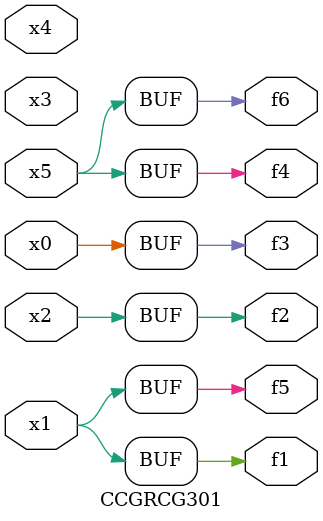
<source format=v>
module CCGRCG301(
	input x0, x1, x2, x3, x4, x5,
	output f1, f2, f3, f4, f5, f6
);
	assign f1 = x1;
	assign f2 = x2;
	assign f3 = x0;
	assign f4 = x5;
	assign f5 = x1;
	assign f6 = x5;
endmodule

</source>
